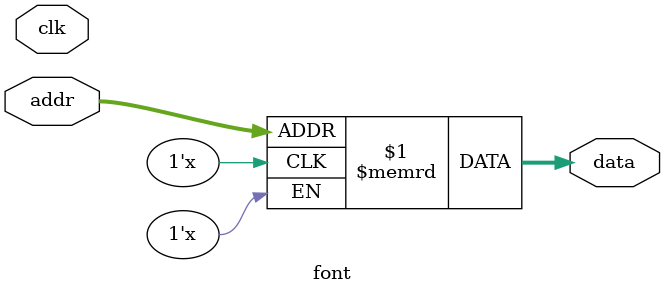
<source format=v>
module font
#(parameter DATA_WIDTH = 8, parameter ADDR_WIDTH = 12)
(
	input clk, 
	input [(ADDR_WIDTH - 1):0] addr,
	output [(DATA_WIDTH - 1):0] data
);

	reg [DATA_WIDTH - 1:0] rom[0:2 ** ADDR_WIDTH - 1];

	/*initial
	begin
		$readmemb("font.rom", rom);
	end*/

	assign data = rom[addr];

endmodule

</source>
